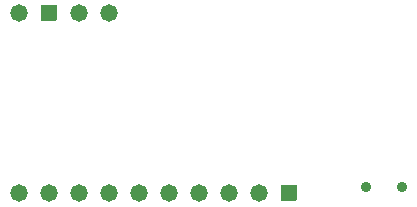
<source format=gbs>
G04 #@! TF.GenerationSoftware,KiCad,Pcbnew,6.0.8-f2edbf62ab~116~ubuntu20.04.1*
G04 #@! TF.CreationDate,2022-10-18T12:22:16+02:00*
G04 #@! TF.ProjectId,tinypico-goodisplay,74696e79-7069-4636-9f2d-676f6f646973,rev?*
G04 #@! TF.SameCoordinates,Original*
G04 #@! TF.FileFunction,Soldermask,Bot*
G04 #@! TF.FilePolarity,Negative*
%FSLAX46Y46*%
G04 Gerber Fmt 4.6, Leading zero omitted, Abs format (unit mm)*
G04 Created by KiCad (PCBNEW 6.0.8-f2edbf62ab~116~ubuntu20.04.1) date 2022-10-18 12:22:16*
%MOMM*%
%LPD*%
G01*
G04 APERTURE LIST*
G04 Aperture macros list*
%AMRoundRect*
0 Rectangle with rounded corners*
0 $1 Rounding radius*
0 $2 $3 $4 $5 $6 $7 $8 $9 X,Y pos of 4 corners*
0 Add a 4 corners polygon primitive as box body*
4,1,4,$2,$3,$4,$5,$6,$7,$8,$9,$2,$3,0*
0 Add four circle primitives for the rounded corners*
1,1,$1+$1,$2,$3*
1,1,$1+$1,$4,$5*
1,1,$1+$1,$6,$7*
1,1,$1+$1,$8,$9*
0 Add four rect primitives between the rounded corners*
20,1,$1+$1,$2,$3,$4,$5,0*
20,1,$1+$1,$4,$5,$6,$7,0*
20,1,$1+$1,$6,$7,$8,$9,0*
20,1,$1+$1,$8,$9,$2,$3,0*%
G04 Aperture macros list end*
%ADD10C,0.889000*%
%ADD11C,1.473200*%
%ADD12RoundRect,0.025400X0.635000X-0.635000X0.635000X0.635000X-0.635000X0.635000X-0.635000X-0.635000X0*%
G04 APERTURE END LIST*
D10*
X108688600Y-50740000D03*
X105691400Y-50740000D03*
D11*
X76254000Y-36080000D03*
D12*
X78794000Y-36080000D03*
D11*
X81334000Y-36080000D03*
X83874000Y-36080000D03*
D12*
X99114000Y-51320000D03*
D11*
X96574000Y-51320000D03*
X94034000Y-51320000D03*
X91494000Y-51320000D03*
X88954000Y-51320000D03*
X86414000Y-51320000D03*
X83874000Y-51320000D03*
X81334000Y-51320000D03*
X78794000Y-51320000D03*
X76254000Y-51320000D03*
M02*

</source>
